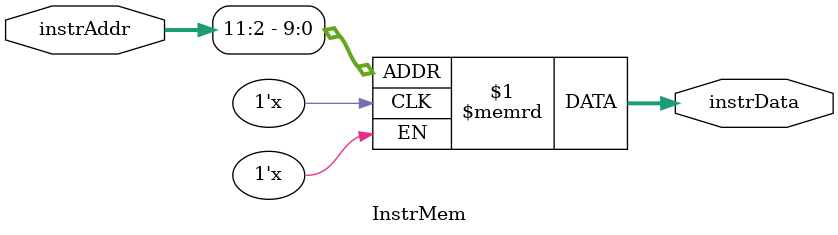
<source format=v>
module InstrMem(
  input  [31:0]		instrAddr,
  output [31:0]		instrData
);

  reg [31:0] RAM[0:1023];

  assign instrData = RAM[instrAddr[11:2]]; 
endmodule

</source>
